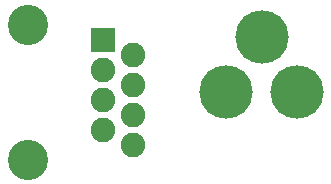
<source format=gbs>
G75*
G70*
%OFA0B0*%
%FSLAX24Y24*%
%IPPOS*%
%LPD*%
%AMOC8*
5,1,8,0,0,1.08239X$1,22.5*
%
%ADD10C,0.0820*%
%ADD11R,0.0820X0.0820*%
%ADD12C,0.1340*%
%ADD13C,0.1780*%
D10*
X006892Y001890D03*
X007892Y001390D03*
X007892Y002390D03*
X006892Y002890D03*
X007892Y003390D03*
X006892Y003890D03*
X007892Y004390D03*
D11*
X006892Y004890D03*
D12*
X004392Y000890D03*
X004392Y005390D03*
D13*
X010998Y003140D03*
X013360Y003140D03*
X012179Y004990D03*
M02*

</source>
